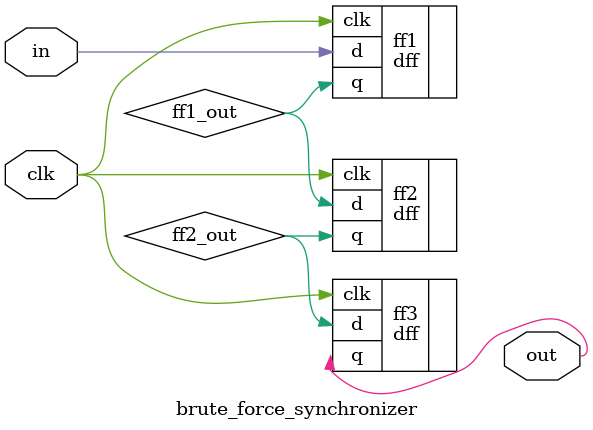
<source format=v>
module brute_force_synchronizer #(parameter WIDTH=1)(
    input clk,  // Standard system clock.
    input [WIDTH-1:0] in,   // Async input 
    output [WIDTH-1:0] out  // Virtually guaranteed sync output.
);

    // Our chain of three FFs.
    wire ff1_out, ff2_out;

    dff #(WIDTH) ff1(.clk(clk), .d(in), .q(ff1_out));
    dff #(WIDTH) ff2(.clk(clk), .d(ff1_out), .q(ff2_out));
    dff #(WIDTH) ff3(.clk(clk), .d(ff2_out), .q(out));

endmodule

</source>
